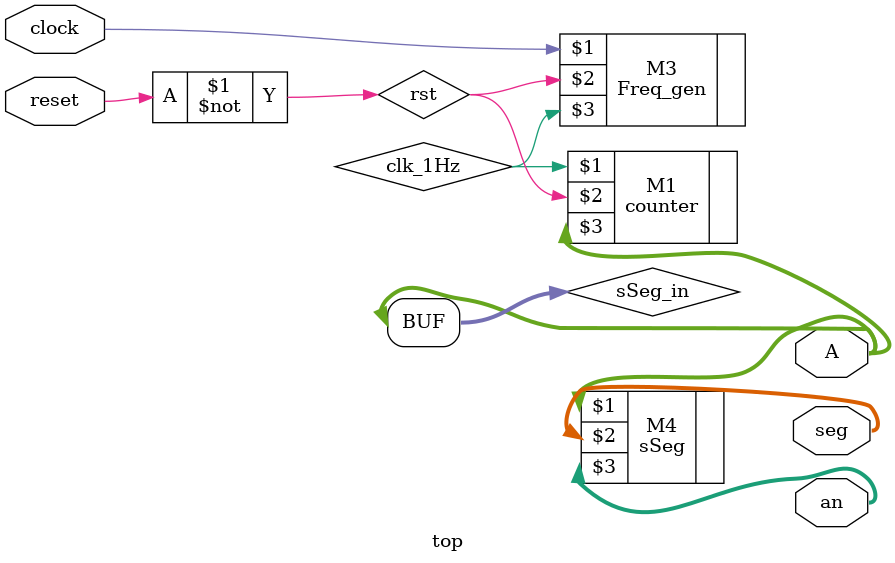
<source format=v>
module top(
    input clock,
    input reset,
    output [2:0] A,
    output [7:0] seg,
    output [3:0] an
    );
    wire clk_1Hz;
    wire [2:0] sSeg_in;
    wire rst;
	
    assign rst = ~reset;
    
    counter M1(clk_1Hz, rst, A);
    //counter_state M2(clk_1Hz, rst, A);
    Freq_gen M3(clock, rst, clk_1Hz);
    sSeg M4(sSeg_in, seg, an);
    assign sSeg_in = A;    
endmodule

</source>
